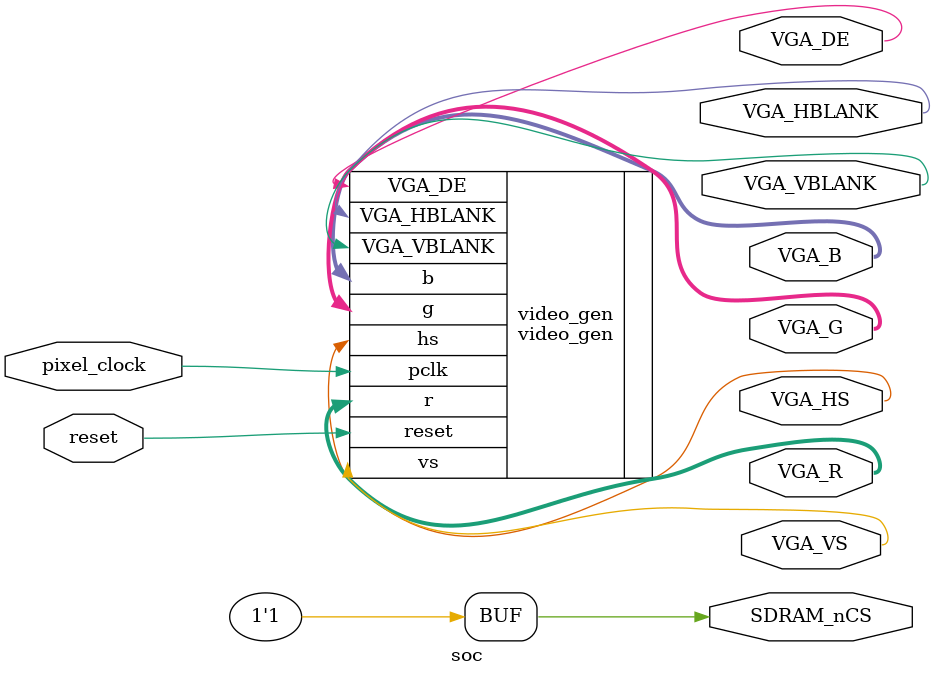
<source format=v>

module soc (
   input  reset,
   input  pixel_clock,
   output SDRAM_nCS,
   output VGA_HS,
   output VGA_VS,
   output [7:0] VGA_R,
   output [7:0] VGA_G,
   output [7:0] VGA_B,
   output VGA_DE,
   output VGA_HBLANK,
   output VGA_VBLANK
);

// de-activate unused SDRAM
assign SDRAM_nCS = 1;


video_gen video_gen (
	 .reset (reset),
	 .pclk  (pixel_clock),
	 .hs    (VGA_HS),
	 .vs    (VGA_VS),
	 .r     (VGA_R),
	 .g     (VGA_G),
	 .b     (VGA_B),
	 .VGA_HBLANK(VGA_HBLANK),
	 .VGA_VBLANK(VGA_VBLANK),
	 .VGA_DE(VGA_DE)
);
					


endmodule

</source>
